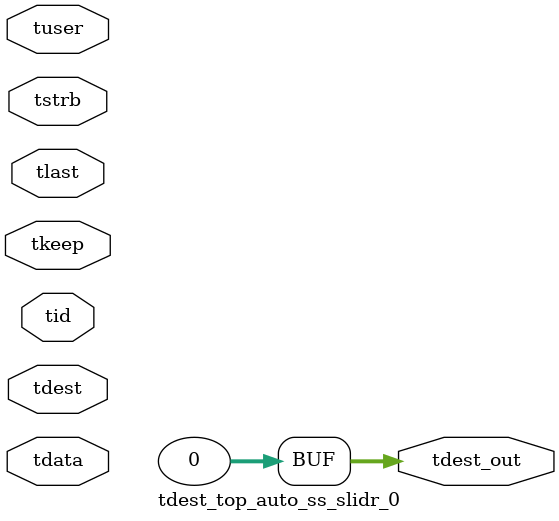
<source format=v>


`timescale 1ps/1ps

module tdest_top_auto_ss_slidr_0 #
(
parameter C_S_AXIS_TDATA_WIDTH = 32,
parameter C_S_AXIS_TUSER_WIDTH = 0,
parameter C_S_AXIS_TID_WIDTH   = 0,
parameter C_S_AXIS_TDEST_WIDTH = 0,
parameter C_M_AXIS_TDEST_WIDTH = 32
)
(
input  [(C_S_AXIS_TDATA_WIDTH == 0 ? 1 : C_S_AXIS_TDATA_WIDTH)-1:0     ] tdata,
input  [(C_S_AXIS_TUSER_WIDTH == 0 ? 1 : C_S_AXIS_TUSER_WIDTH)-1:0     ] tuser,
input  [(C_S_AXIS_TID_WIDTH   == 0 ? 1 : C_S_AXIS_TID_WIDTH)-1:0       ] tid,
input  [(C_S_AXIS_TDEST_WIDTH == 0 ? 1 : C_S_AXIS_TDEST_WIDTH)-1:0     ] tdest,
input  [(C_S_AXIS_TDATA_WIDTH/8)-1:0 ] tkeep,
input  [(C_S_AXIS_TDATA_WIDTH/8)-1:0 ] tstrb,
input                                                                    tlast,
output [C_M_AXIS_TDEST_WIDTH-1:0] tdest_out
);

assign tdest_out = {1'b0};

endmodule


</source>
